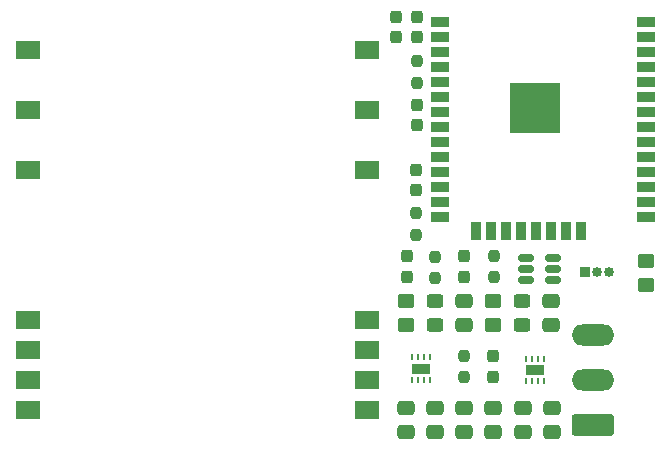
<source format=gbr>
%TF.GenerationSoftware,KiCad,Pcbnew,8.0.6*%
%TF.CreationDate,2025-02-11T20:42:12+01:00*%
%TF.ProjectId,KWLcontrol,4b574c63-6f6e-4747-926f-6c2e6b696361,rev?*%
%TF.SameCoordinates,Original*%
%TF.FileFunction,Soldermask,Top*%
%TF.FilePolarity,Negative*%
%FSLAX46Y46*%
G04 Gerber Fmt 4.6, Leading zero omitted, Abs format (unit mm)*
G04 Created by KiCad (PCBNEW 8.0.6) date 2025-02-11 20:42:12*
%MOMM*%
%LPD*%
G01*
G04 APERTURE LIST*
G04 Aperture macros list*
%AMRoundRect*
0 Rectangle with rounded corners*
0 $1 Rounding radius*
0 $2 $3 $4 $5 $6 $7 $8 $9 X,Y pos of 4 corners*
0 Add a 4 corners polygon primitive as box body*
4,1,4,$2,$3,$4,$5,$6,$7,$8,$9,$2,$3,0*
0 Add four circle primitives for the rounded corners*
1,1,$1+$1,$2,$3*
1,1,$1+$1,$4,$5*
1,1,$1+$1,$6,$7*
1,1,$1+$1,$8,$9*
0 Add four rect primitives between the rounded corners*
20,1,$1+$1,$2,$3,$4,$5,0*
20,1,$1+$1,$4,$5,$6,$7,0*
20,1,$1+$1,$6,$7,$8,$9,0*
20,1,$1+$1,$8,$9,$2,$3,0*%
G04 Aperture macros list end*
%ADD10R,2.030000X1.500000*%
%ADD11RoundRect,0.250000X-0.450000X0.350000X-0.450000X-0.350000X0.450000X-0.350000X0.450000X0.350000X0*%
%ADD12RoundRect,0.237500X-0.237500X0.287500X-0.237500X-0.287500X0.237500X-0.287500X0.237500X0.287500X0*%
%ADD13RoundRect,0.250000X-0.475000X0.337500X-0.475000X-0.337500X0.475000X-0.337500X0.475000X0.337500X0*%
%ADD14RoundRect,0.237500X0.237500X-0.300000X0.237500X0.300000X-0.237500X0.300000X-0.237500X-0.300000X0*%
%ADD15RoundRect,0.237500X0.237500X-0.287500X0.237500X0.287500X-0.237500X0.287500X-0.237500X-0.287500X0*%
%ADD16RoundRect,0.250000X1.550000X-0.650000X1.550000X0.650000X-1.550000X0.650000X-1.550000X-0.650000X0*%
%ADD17O,3.600000X1.800000*%
%ADD18R,0.850000X0.850000*%
%ADD19O,0.850000X0.850000*%
%ADD20RoundRect,0.250000X0.475000X-0.337500X0.475000X0.337500X-0.475000X0.337500X-0.475000X-0.337500X0*%
%ADD21RoundRect,0.062500X0.062500X-0.187500X0.062500X0.187500X-0.062500X0.187500X-0.062500X-0.187500X0*%
%ADD22R,1.600000X0.900000*%
%ADD23RoundRect,0.237500X0.237500X-0.250000X0.237500X0.250000X-0.237500X0.250000X-0.237500X-0.250000X0*%
%ADD24RoundRect,0.250000X0.450000X-0.325000X0.450000X0.325000X-0.450000X0.325000X-0.450000X-0.325000X0*%
%ADD25RoundRect,0.150000X0.512500X0.150000X-0.512500X0.150000X-0.512500X-0.150000X0.512500X-0.150000X0*%
%ADD26R,1.500000X0.900000*%
%ADD27R,0.900000X1.500000*%
%ADD28C,0.600000*%
%ADD29R,4.200000X4.200000*%
G04 APERTURE END LIST*
D10*
%TO.C,PS1*%
X113650000Y-112260000D03*
X113650000Y-117340000D03*
X113650000Y-122420000D03*
X113650000Y-135120000D03*
X113650000Y-137660000D03*
X113650000Y-140200000D03*
X113650000Y-142740000D03*
X142350000Y-142740000D03*
X142350000Y-140200000D03*
X142350000Y-137660000D03*
X142350000Y-135120000D03*
X142350000Y-122420000D03*
X142350000Y-117340000D03*
X142350000Y-112260000D03*
%TD*%
D11*
%TO.C,R1*%
X153036000Y-133550000D03*
X153036000Y-135550000D03*
%TD*%
D12*
%TO.C,D4*%
X146500000Y-122400000D03*
X146500000Y-124150000D03*
%TD*%
D13*
%TO.C,C2*%
X150564000Y-133512500D03*
X150564000Y-135587500D03*
%TD*%
D14*
%TO.C,C3*%
X144800000Y-111162500D03*
X144800000Y-109437500D03*
%TD*%
D15*
%TO.C,D1*%
X153036000Y-139927500D03*
X153036000Y-138177500D03*
%TD*%
D16*
%TO.C,J2*%
X161500000Y-144000000D03*
D17*
X161500000Y-140190000D03*
X161500000Y-136380000D03*
%TD*%
D18*
%TO.C,J3*%
X160830000Y-131100000D03*
D19*
X161830000Y-131100000D03*
X162830000Y-131100000D03*
%TD*%
D11*
%TO.C,R2*%
X145650000Y-133550000D03*
X145650000Y-135550000D03*
%TD*%
D20*
%TO.C,C5*%
X145680000Y-144637500D03*
X145680000Y-142562500D03*
%TD*%
D21*
%TO.C,U2*%
X146200000Y-140200000D03*
X146700000Y-140200000D03*
X147200000Y-140200000D03*
X147700000Y-140200000D03*
X147700000Y-138300000D03*
X147200000Y-138300000D03*
X146700000Y-138300000D03*
X146200000Y-138300000D03*
D22*
X146950000Y-139250000D03*
%TD*%
D23*
%TO.C,R6*%
X153100000Y-131500000D03*
X153100000Y-129675000D03*
%TD*%
D20*
%TO.C,C8*%
X157980000Y-144637500D03*
X157980000Y-142562500D03*
%TD*%
D23*
%TO.C,R4*%
X146600000Y-115025000D03*
X146600000Y-113200000D03*
%TD*%
D20*
%TO.C,C6*%
X148140000Y-144637500D03*
X148140000Y-142562500D03*
%TD*%
D21*
%TO.C,U3*%
X155800000Y-140300000D03*
X156300000Y-140300000D03*
X156800000Y-140300000D03*
X157300000Y-140300000D03*
X157300000Y-138400000D03*
X156800000Y-138400000D03*
X156300000Y-138400000D03*
X155800000Y-138400000D03*
D22*
X156550000Y-139350000D03*
%TD*%
D20*
%TO.C,C10*%
X153060000Y-144637500D03*
X153060000Y-142562500D03*
%TD*%
D24*
%TO.C,L2*%
X148092000Y-135575000D03*
X148092000Y-133525000D03*
%TD*%
D14*
%TO.C,C9*%
X146600000Y-118625000D03*
X146600000Y-116900000D03*
%TD*%
D23*
%TO.C,R5*%
X150564000Y-139987500D03*
X150564000Y-138162500D03*
%TD*%
D24*
%TO.C,L1*%
X155478000Y-135575000D03*
X155478000Y-133525000D03*
%TD*%
D20*
%TO.C,C11*%
X155520000Y-144637500D03*
X155520000Y-142562500D03*
%TD*%
D25*
%TO.C,U4*%
X158100000Y-131750000D03*
X158100000Y-130800000D03*
X158100000Y-129850000D03*
X155825000Y-129850000D03*
X155825000Y-130800000D03*
X155825000Y-131750000D03*
%TD*%
D14*
%TO.C,C4*%
X146600000Y-111162500D03*
X146600000Y-109437500D03*
%TD*%
D23*
%TO.C,R7*%
X148100000Y-131600000D03*
X148100000Y-129775000D03*
%TD*%
D15*
%TO.C,D2*%
X150600000Y-131500000D03*
X150600000Y-129750000D03*
%TD*%
D20*
%TO.C,C7*%
X150600000Y-144637500D03*
X150600000Y-142562500D03*
%TD*%
D23*
%TO.C,R8*%
X146500000Y-127900000D03*
X146500000Y-126075000D03*
%TD*%
D15*
%TO.C,D3*%
X145700000Y-131500000D03*
X145700000Y-129750000D03*
%TD*%
D11*
%TO.C,R3*%
X166000000Y-130130000D03*
X166000000Y-132130000D03*
%TD*%
D13*
%TO.C,C1*%
X157950000Y-133512500D03*
X157950000Y-135587500D03*
%TD*%
D26*
%TO.C,U1*%
X148505000Y-109860000D03*
X148505000Y-111130000D03*
X148505000Y-112400000D03*
X148505000Y-113670000D03*
X148505000Y-114940000D03*
X148505000Y-116210000D03*
X148505000Y-117480000D03*
X148505000Y-118750000D03*
X148505000Y-120020000D03*
X148505000Y-121290000D03*
X148505000Y-122560000D03*
X148505000Y-123830000D03*
X148505000Y-125100000D03*
X148505000Y-126370000D03*
D27*
X151545000Y-127620000D03*
X152815000Y-127620000D03*
X154085000Y-127620000D03*
X155355000Y-127620000D03*
X156625000Y-127620000D03*
X157895000Y-127620000D03*
X159165000Y-127620000D03*
X160435000Y-127620000D03*
D26*
X166005000Y-126370000D03*
X166005000Y-125100000D03*
X166005000Y-123830000D03*
X166005000Y-122560000D03*
X166005000Y-121290000D03*
X166005000Y-120020000D03*
X166005000Y-118750000D03*
X166005000Y-117480000D03*
X166005000Y-116210000D03*
X166005000Y-114940000D03*
X166005000Y-113670000D03*
X166005000Y-112400000D03*
X166005000Y-111130000D03*
X166005000Y-109860000D03*
D28*
X155050000Y-116437500D03*
X155050000Y-117962500D03*
X155812500Y-115675000D03*
X155812500Y-117200000D03*
X155812500Y-118725000D03*
X156575000Y-116437500D03*
D29*
X156575000Y-117200000D03*
D28*
X156575000Y-117962500D03*
X157337500Y-115675000D03*
X157337500Y-117200000D03*
X157337500Y-118725000D03*
X158100000Y-116437500D03*
X158100000Y-117962500D03*
%TD*%
M02*

</source>
